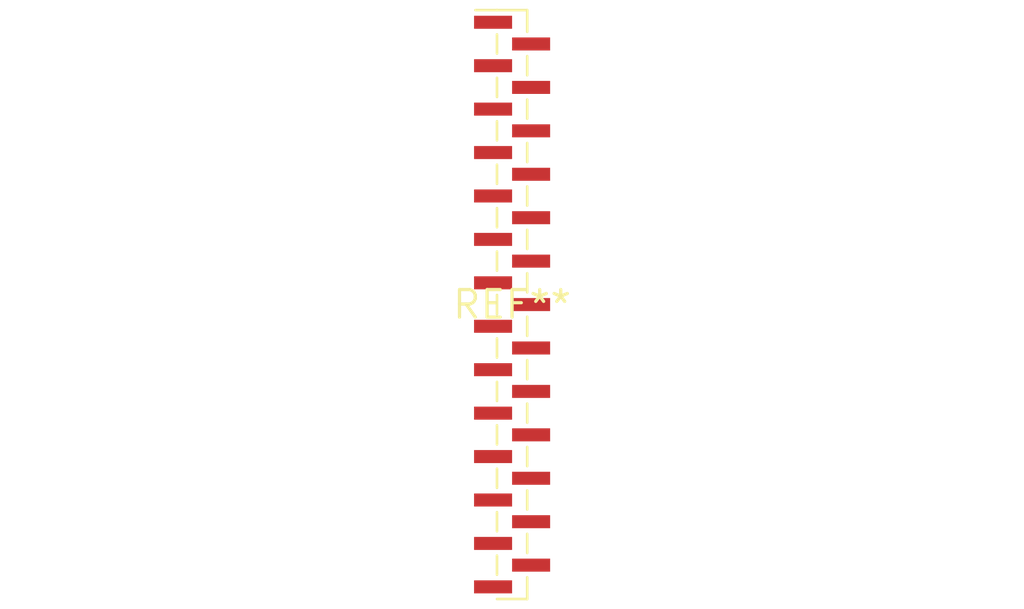
<source format=kicad_pcb>
(kicad_pcb (version 20240108) (generator pcbnew)
  (layers (0 "F.Cu" signal) (31 "B.Cu" signal) (34 "B.Paste" user) (35 "F.Paste" user) (36 "B.SilkS" user "B.Silkscreen") (37 "F.SilkS" user "F.Silkscreen") (38 "B.Mask" user) (39 "F.Mask" user) (44 "Edge.Cuts" user))
  (net 0 "")
  (footprint "PinHeader_1x27_P1.00mm_Vertical_SMD_Pin1Left" (layer "F.Cu") (at 0 0)
    (property "Reference" "REF**")
    (property "Value" "PinHeader_1x27_P1.00mm_Vertical_SMD_Pin1Left")
    (fp_line (start -0.695 -13.56) (end -1.69 -13.56) (layer "F.SilkS") (stroke (width 0.12)))
    (fp_line (start -0.695 -13.56) (end -0.695 -13.56) (layer "F.SilkS") (stroke (width 0.12)))
    (fp_line (start -0.695 -13.56) (end 0.695 -13.56) (layer "F.SilkS") (stroke (width 0.12)))
    (fp_line (start -0.695 -12.44) (end -0.695 -11.56) (layer "F.SilkS") (stroke (width 0.12)))
    (fp_line (start -0.695 -10.44) (end -0.695 -9.56) (layer "F.SilkS") (stroke (width 0.12)))
    (fp_line (start -0.695 -8.44) (end -0.695 -7.56) (layer "F.SilkS") (stroke (width 0.12)))
    (fp_line (start -0.695 -6.44) (end -0.695 -5.56) (layer "F.SilkS") (stroke (width 0.12)))
    (fp_line (start -0.695 -4.44) (end -0.695 -3.56) (layer "F.SilkS") (stroke (width 0.12)))
    (fp_line (start -0.695 -2.44) (end -0.695 -1.56) (layer "F.SilkS") (stroke (width 0.12)))
    (fp_line (start -0.695 -0.44) (end -0.695 0.44) (layer "F.SilkS") (stroke (width 0.12)))
    (fp_line (start -0.695 1.56) (end -0.695 2.44) (layer "F.SilkS") (stroke (width 0.12)))
    (fp_line (start -0.695 3.56) (end -0.695 4.44) (layer "F.SilkS") (stroke (width 0.12)))
    (fp_line (start -0.695 5.56) (end -0.695 6.44) (layer "F.SilkS") (stroke (width 0.12)))
    (fp_line (start -0.695 7.56) (end -0.695 8.44) (layer "F.SilkS") (stroke (width 0.12)))
    (fp_line (start -0.695 9.56) (end -0.695 10.44) (layer "F.SilkS") (stroke (width 0.12)))
    (fp_line (start -0.695 11.56) (end -0.695 12.44) (layer "F.SilkS") (stroke (width 0.12)))
    (fp_line (start -0.695 13.56) (end 0.695 13.56) (layer "F.SilkS") (stroke (width 0.12)))
    (fp_line (start 0.695 -13.56) (end 0.695 -12.56) (layer "F.SilkS") (stroke (width 0.12)))
    (fp_line (start 0.695 -11.44) (end 0.695 -10.56) (layer "F.SilkS") (stroke (width 0.12)))
    (fp_line (start 0.695 -9.44) (end 0.695 -8.56) (layer "F.SilkS") (stroke (width 0.12)))
    (fp_line (start 0.695 -7.44) (end 0.695 -6.56) (layer "F.SilkS") (stroke (width 0.12)))
    (fp_line (start 0.695 -5.44) (end 0.695 -4.56) (layer "F.SilkS") (stroke (width 0.12)))
    (fp_line (start 0.695 -3.44) (end 0.695 -2.56) (layer "F.SilkS") (stroke (width 0.12)))
    (fp_line (start 0.695 -1.44) (end 0.695 -0.56) (layer "F.SilkS") (stroke (width 0.12)))
    (fp_line (start 0.695 0.56) (end 0.695 1.44) (layer "F.SilkS") (stroke (width 0.12)))
    (fp_line (start 0.695 2.56) (end 0.695 3.44) (layer "F.SilkS") (stroke (width 0.12)))
    (fp_line (start 0.695 4.56) (end 0.695 5.44) (layer "F.SilkS") (stroke (width 0.12)))
    (fp_line (start 0.695 6.56) (end 0.695 7.44) (layer "F.SilkS") (stroke (width 0.12)))
    (fp_line (start 0.695 8.56) (end 0.695 9.44) (layer "F.SilkS") (stroke (width 0.12)))
    (fp_line (start 0.695 10.56) (end 0.695 11.44) (layer "F.SilkS") (stroke (width 0.12)))
    (fp_line (start 0.695 12.56) (end 0.695 13.56) (layer "F.SilkS") (stroke (width 0.12)))
    (fp_line (start 0.695 13.56) (end 0.695 13.56) (layer "F.SilkS") (stroke (width 0.12)))
    (pad "1" smd rect (at -0.875 -13) (size 1.75 0.6) (layers "F.Cu" "F.Paste" "F.Mask"))
    (pad "2" smd rect (at 0.875 -12) (size 1.75 0.6) (layers "F.Cu" "F.Paste" "F.Mask"))
    (pad "3" smd rect (at -0.875 -11) (size 1.75 0.6) (layers "F.Cu" "F.Paste" "F.Mask"))
    (pad "4" smd rect (at 0.875 -10) (size 1.75 0.6) (layers "F.Cu" "F.Paste" "F.Mask"))
    (pad "5" smd rect (at -0.875 -9) (size 1.75 0.6) (layers "F.Cu" "F.Paste" "F.Mask"))
    (pad "6" smd rect (at 0.875 -8) (size 1.75 0.6) (layers "F.Cu" "F.Paste" "F.Mask"))
    (pad "7" smd rect (at -0.875 -7) (size 1.75 0.6) (layers "F.Cu" "F.Paste" "F.Mask"))
    (pad "8" smd rect (at 0.875 -6) (size 1.75 0.6) (layers "F.Cu" "F.Paste" "F.Mask"))
    (pad "9" smd rect (at -0.875 -5) (size 1.75 0.6) (layers "F.Cu" "F.Paste" "F.Mask"))
    (pad "10" smd rect (at 0.875 -4) (size 1.75 0.6) (layers "F.Cu" "F.Paste" "F.Mask"))
    (pad "11" smd rect (at -0.875 -3) (size 1.75 0.6) (layers "F.Cu" "F.Paste" "F.Mask"))
    (pad "12" smd rect (at 0.875 -2) (size 1.75 0.6) (layers "F.Cu" "F.Paste" "F.Mask"))
    (pad "13" smd rect (at -0.875 -1) (size 1.75 0.6) (layers "F.Cu" "F.Paste" "F.Mask"))
    (pad "14" smd rect (at 0.875 0) (size 1.75 0.6) (layers "F.Cu" "F.Paste" "F.Mask"))
    (pad "15" smd rect (at -0.875 1) (size 1.75 0.6) (layers "F.Cu" "F.Paste" "F.Mask"))
    (pad "16" smd rect (at 0.875 2) (size 1.75 0.6) (layers "F.Cu" "F.Paste" "F.Mask"))
    (pad "17" smd rect (at -0.875 3) (size 1.75 0.6) (layers "F.Cu" "F.Paste" "F.Mask"))
    (pad "18" smd rect (at 0.875 4) (size 1.75 0.6) (layers "F.Cu" "F.Paste" "F.Mask"))
    (pad "19" smd rect (at -0.875 5) (size 1.75 0.6) (layers "F.Cu" "F.Paste" "F.Mask"))
    (pad "20" smd rect (at 0.875 6) (size 1.75 0.6) (layers "F.Cu" "F.Paste" "F.Mask"))
    (pad "21" smd rect (at -0.875 7) (size 1.75 0.6) (layers "F.Cu" "F.Paste" "F.Mask"))
    (pad "22" smd rect (at 0.875 8) (size 1.75 0.6) (layers "F.Cu" "F.Paste" "F.Mask"))
    (pad "23" smd rect (at -0.875 9) (size 1.75 0.6) (layers "F.Cu" "F.Paste" "F.Mask"))
    (pad "24" smd rect (at 0.875 10) (size 1.75 0.6) (layers "F.Cu" "F.Paste" "F.Mask"))
    (pad "25" smd rect (at -0.875 11) (size 1.75 0.6) (layers "F.Cu" "F.Paste" "F.Mask"))
    (pad "26" smd rect (at 0.875 12) (size 1.75 0.6) (layers "F.Cu" "F.Paste" "F.Mask"))
    (pad "27" smd rect (at -0.875 13) (size 1.75 0.6) (layers "F.Cu" "F.Paste" "F.Mask"))
  )
)
</source>
